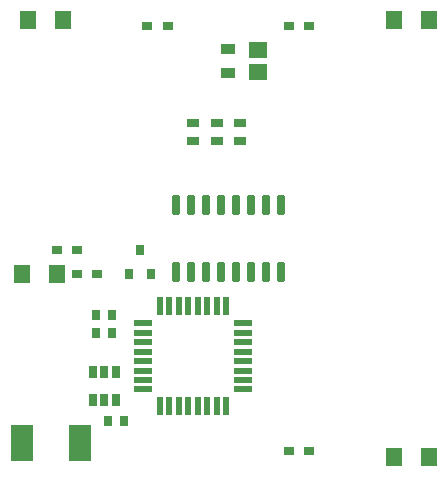
<source format=gtp>
G04*
G04 #@! TF.GenerationSoftware,Altium Limited,Altium Designer,21.0.9 (235)*
G04*
G04 Layer_Color=8421504*
%FSLAX25Y25*%
%MOIN*%
G70*
G04*
G04 #@! TF.SameCoordinates,0779874B-5586-4D04-955F-C3DAA35446A4*
G04*
G04*
G04 #@! TF.FilePolarity,Positive*
G04*
G01*
G75*
%ADD15R,0.04749X0.03765*%
%ADD16R,0.05906X0.05512*%
%ADD17R,0.02559X0.04331*%
%ADD18R,0.02756X0.03543*%
%ADD19R,0.03937X0.03150*%
%ADD20R,0.03150X0.03543*%
%ADD21R,0.03543X0.03150*%
%ADD22R,0.05512X0.05906*%
G04:AMPARAMS|DCode=23|XSize=25.59mil|YSize=64.96mil|CornerRadius=1.92mil|HoleSize=0mil|Usage=FLASHONLY|Rotation=180.000|XOffset=0mil|YOffset=0mil|HoleType=Round|Shape=RoundedRectangle|*
%AMROUNDEDRECTD23*
21,1,0.02559,0.06112,0,0,180.0*
21,1,0.02175,0.06496,0,0,180.0*
1,1,0.00384,-0.01088,0.03056*
1,1,0.00384,0.01088,0.03056*
1,1,0.00384,0.01088,-0.03056*
1,1,0.00384,-0.01088,-0.03056*
%
%ADD23ROUNDEDRECTD23*%
%ADD24R,0.03150X0.03740*%
%ADD25R,0.07700X0.12400*%
G04:AMPARAMS|DCode=26|XSize=21.65mil|YSize=57.09mil|CornerRadius=1.95mil|HoleSize=0mil|Usage=FLASHONLY|Rotation=0.000|XOffset=0mil|YOffset=0mil|HoleType=Round|Shape=RoundedRectangle|*
%AMROUNDEDRECTD26*
21,1,0.02165,0.05319,0,0,0.0*
21,1,0.01776,0.05709,0,0,0.0*
1,1,0.00390,0.00888,-0.02659*
1,1,0.00390,-0.00888,-0.02659*
1,1,0.00390,-0.00888,0.02659*
1,1,0.00390,0.00888,0.02659*
%
%ADD26ROUNDEDRECTD26*%
G04:AMPARAMS|DCode=27|XSize=21.65mil|YSize=57.09mil|CornerRadius=1.95mil|HoleSize=0mil|Usage=FLASHONLY|Rotation=90.000|XOffset=0mil|YOffset=0mil|HoleType=Round|Shape=RoundedRectangle|*
%AMROUNDEDRECTD27*
21,1,0.02165,0.05319,0,0,90.0*
21,1,0.01776,0.05709,0,0,90.0*
1,1,0.00390,0.02659,0.00888*
1,1,0.00390,0.02659,-0.00888*
1,1,0.00390,-0.02659,-0.00888*
1,1,0.00390,-0.02659,0.00888*
%
%ADD27ROUNDEDRECTD27*%
D15*
X78740Y133760D02*
D03*
Y141831D02*
D03*
D16*
X88583Y141535D02*
D03*
Y134055D02*
D03*
D17*
X33661Y24803D02*
D03*
X37402D02*
D03*
X41142D02*
D03*
Y34252D02*
D03*
X37402D02*
D03*
X33661D02*
D03*
D18*
X38583Y17717D02*
D03*
X44094D02*
D03*
D19*
X82677Y111221D02*
D03*
Y117126D02*
D03*
X74803Y111221D02*
D03*
Y117126D02*
D03*
X66929Y111221D02*
D03*
Y117126D02*
D03*
D20*
X49213Y74803D02*
D03*
X52953Y66929D02*
D03*
X45472D02*
D03*
D21*
X28248Y66929D02*
D03*
X34941D02*
D03*
X21555Y74803D02*
D03*
X28248D02*
D03*
X105709Y149606D02*
D03*
X99016D02*
D03*
X51772D02*
D03*
X58465D02*
D03*
X105709Y7874D02*
D03*
X99016D02*
D03*
D22*
X9843Y66929D02*
D03*
X21654D02*
D03*
X133858Y151575D02*
D03*
X145669D02*
D03*
X23622D02*
D03*
X11811D02*
D03*
X133858Y5906D02*
D03*
X145669D02*
D03*
D23*
X96240Y89862D02*
D03*
X91240D02*
D03*
X86240D02*
D03*
X81240D02*
D03*
X76240D02*
D03*
X71240D02*
D03*
X66240D02*
D03*
X61240D02*
D03*
X96240Y67618D02*
D03*
X91240D02*
D03*
X86240D02*
D03*
X81240D02*
D03*
X76240D02*
D03*
X71240D02*
D03*
X66240D02*
D03*
X61240D02*
D03*
D24*
X34744Y53150D02*
D03*
X40059D02*
D03*
X34744Y47244D02*
D03*
X40059D02*
D03*
D25*
X29335Y10630D02*
D03*
X10035D02*
D03*
D26*
X55905Y56004D02*
D03*
X59055D02*
D03*
X62205D02*
D03*
X65354D02*
D03*
X68504D02*
D03*
X71653D02*
D03*
X74803D02*
D03*
X77953D02*
D03*
Y22736D02*
D03*
X74803D02*
D03*
X71653D02*
D03*
X68504D02*
D03*
X65354D02*
D03*
X62205D02*
D03*
X59055D02*
D03*
X55905D02*
D03*
D27*
X83563Y50394D02*
D03*
Y47244D02*
D03*
Y44094D02*
D03*
Y40945D02*
D03*
Y37795D02*
D03*
Y34646D02*
D03*
Y31496D02*
D03*
Y28346D02*
D03*
X50295D02*
D03*
Y31496D02*
D03*
Y34646D02*
D03*
Y37795D02*
D03*
Y40945D02*
D03*
Y44094D02*
D03*
Y47244D02*
D03*
Y50394D02*
D03*
M02*

</source>
